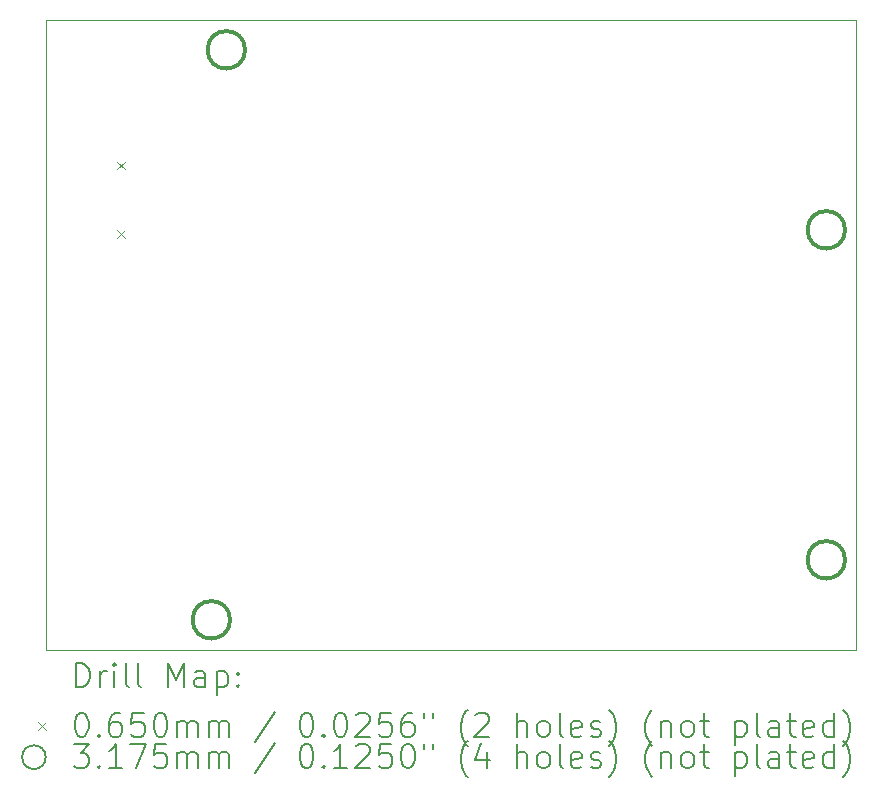
<source format=gbr>
%TF.GenerationSoftware,KiCad,Pcbnew,(6.0.7-1)-1*%
%TF.CreationDate,2023-03-19T13:44:50-04:00*%
%TF.ProjectId,smu_base,736d755f-6261-4736-952e-6b696361645f,rev?*%
%TF.SameCoordinates,Original*%
%TF.FileFunction,Drillmap*%
%TF.FilePolarity,Positive*%
%FSLAX45Y45*%
G04 Gerber Fmt 4.5, Leading zero omitted, Abs format (unit mm)*
G04 Created by KiCad (PCBNEW (6.0.7-1)-1) date 2023-03-19 13:44:50*
%MOMM*%
%LPD*%
G01*
G04 APERTURE LIST*
%ADD10C,0.100000*%
%ADD11C,0.200000*%
%ADD12C,0.065000*%
%ADD13C,0.317500*%
G04 APERTURE END LIST*
D10*
X17272000Y-13462000D02*
X10414000Y-13462000D01*
X10414000Y-13462000D02*
X10414000Y-8128000D01*
X10414000Y-8128000D02*
X17272000Y-8128000D01*
X17272000Y-8128000D02*
X17272000Y-13462000D01*
D11*
D12*
X11016200Y-9330500D02*
X11081200Y-9395500D01*
X11081200Y-9330500D02*
X11016200Y-9395500D01*
X11016200Y-9908500D02*
X11081200Y-9973500D01*
X11081200Y-9908500D02*
X11016200Y-9973500D01*
D13*
X11969750Y-13208000D02*
G75*
G03*
X11969750Y-13208000I-158750J0D01*
G01*
X12096750Y-8382000D02*
G75*
G03*
X12096750Y-8382000I-158750J0D01*
G01*
X17176750Y-9906000D02*
G75*
G03*
X17176750Y-9906000I-158750J0D01*
G01*
X17176750Y-12700000D02*
G75*
G03*
X17176750Y-12700000I-158750J0D01*
G01*
D11*
X10666619Y-13777476D02*
X10666619Y-13577476D01*
X10714238Y-13577476D01*
X10742810Y-13587000D01*
X10761857Y-13606048D01*
X10771381Y-13625095D01*
X10780905Y-13663190D01*
X10780905Y-13691762D01*
X10771381Y-13729857D01*
X10761857Y-13748905D01*
X10742810Y-13767952D01*
X10714238Y-13777476D01*
X10666619Y-13777476D01*
X10866619Y-13777476D02*
X10866619Y-13644143D01*
X10866619Y-13682238D02*
X10876143Y-13663190D01*
X10885667Y-13653667D01*
X10904714Y-13644143D01*
X10923762Y-13644143D01*
X10990429Y-13777476D02*
X10990429Y-13644143D01*
X10990429Y-13577476D02*
X10980905Y-13587000D01*
X10990429Y-13596524D01*
X10999952Y-13587000D01*
X10990429Y-13577476D01*
X10990429Y-13596524D01*
X11114238Y-13777476D02*
X11095190Y-13767952D01*
X11085667Y-13748905D01*
X11085667Y-13577476D01*
X11219000Y-13777476D02*
X11199952Y-13767952D01*
X11190428Y-13748905D01*
X11190428Y-13577476D01*
X11447571Y-13777476D02*
X11447571Y-13577476D01*
X11514238Y-13720333D01*
X11580905Y-13577476D01*
X11580905Y-13777476D01*
X11761857Y-13777476D02*
X11761857Y-13672714D01*
X11752333Y-13653667D01*
X11733286Y-13644143D01*
X11695190Y-13644143D01*
X11676143Y-13653667D01*
X11761857Y-13767952D02*
X11742809Y-13777476D01*
X11695190Y-13777476D01*
X11676143Y-13767952D01*
X11666619Y-13748905D01*
X11666619Y-13729857D01*
X11676143Y-13710809D01*
X11695190Y-13701286D01*
X11742809Y-13701286D01*
X11761857Y-13691762D01*
X11857095Y-13644143D02*
X11857095Y-13844143D01*
X11857095Y-13653667D02*
X11876143Y-13644143D01*
X11914238Y-13644143D01*
X11933286Y-13653667D01*
X11942809Y-13663190D01*
X11952333Y-13682238D01*
X11952333Y-13739381D01*
X11942809Y-13758428D01*
X11933286Y-13767952D01*
X11914238Y-13777476D01*
X11876143Y-13777476D01*
X11857095Y-13767952D01*
X12038048Y-13758428D02*
X12047571Y-13767952D01*
X12038048Y-13777476D01*
X12028524Y-13767952D01*
X12038048Y-13758428D01*
X12038048Y-13777476D01*
X12038048Y-13653667D02*
X12047571Y-13663190D01*
X12038048Y-13672714D01*
X12028524Y-13663190D01*
X12038048Y-13653667D01*
X12038048Y-13672714D01*
D12*
X10344000Y-14074500D02*
X10409000Y-14139500D01*
X10409000Y-14074500D02*
X10344000Y-14139500D01*
D11*
X10704714Y-13997476D02*
X10723762Y-13997476D01*
X10742810Y-14007000D01*
X10752333Y-14016524D01*
X10761857Y-14035571D01*
X10771381Y-14073667D01*
X10771381Y-14121286D01*
X10761857Y-14159381D01*
X10752333Y-14178428D01*
X10742810Y-14187952D01*
X10723762Y-14197476D01*
X10704714Y-14197476D01*
X10685667Y-14187952D01*
X10676143Y-14178428D01*
X10666619Y-14159381D01*
X10657095Y-14121286D01*
X10657095Y-14073667D01*
X10666619Y-14035571D01*
X10676143Y-14016524D01*
X10685667Y-14007000D01*
X10704714Y-13997476D01*
X10857095Y-14178428D02*
X10866619Y-14187952D01*
X10857095Y-14197476D01*
X10847571Y-14187952D01*
X10857095Y-14178428D01*
X10857095Y-14197476D01*
X11038048Y-13997476D02*
X10999952Y-13997476D01*
X10980905Y-14007000D01*
X10971381Y-14016524D01*
X10952333Y-14045095D01*
X10942810Y-14083190D01*
X10942810Y-14159381D01*
X10952333Y-14178428D01*
X10961857Y-14187952D01*
X10980905Y-14197476D01*
X11019000Y-14197476D01*
X11038048Y-14187952D01*
X11047571Y-14178428D01*
X11057095Y-14159381D01*
X11057095Y-14111762D01*
X11047571Y-14092714D01*
X11038048Y-14083190D01*
X11019000Y-14073667D01*
X10980905Y-14073667D01*
X10961857Y-14083190D01*
X10952333Y-14092714D01*
X10942810Y-14111762D01*
X11238048Y-13997476D02*
X11142810Y-13997476D01*
X11133286Y-14092714D01*
X11142810Y-14083190D01*
X11161857Y-14073667D01*
X11209476Y-14073667D01*
X11228524Y-14083190D01*
X11238048Y-14092714D01*
X11247571Y-14111762D01*
X11247571Y-14159381D01*
X11238048Y-14178428D01*
X11228524Y-14187952D01*
X11209476Y-14197476D01*
X11161857Y-14197476D01*
X11142810Y-14187952D01*
X11133286Y-14178428D01*
X11371381Y-13997476D02*
X11390428Y-13997476D01*
X11409476Y-14007000D01*
X11419000Y-14016524D01*
X11428524Y-14035571D01*
X11438048Y-14073667D01*
X11438048Y-14121286D01*
X11428524Y-14159381D01*
X11419000Y-14178428D01*
X11409476Y-14187952D01*
X11390428Y-14197476D01*
X11371381Y-14197476D01*
X11352333Y-14187952D01*
X11342809Y-14178428D01*
X11333286Y-14159381D01*
X11323762Y-14121286D01*
X11323762Y-14073667D01*
X11333286Y-14035571D01*
X11342809Y-14016524D01*
X11352333Y-14007000D01*
X11371381Y-13997476D01*
X11523762Y-14197476D02*
X11523762Y-14064143D01*
X11523762Y-14083190D02*
X11533286Y-14073667D01*
X11552333Y-14064143D01*
X11580905Y-14064143D01*
X11599952Y-14073667D01*
X11609476Y-14092714D01*
X11609476Y-14197476D01*
X11609476Y-14092714D02*
X11619000Y-14073667D01*
X11638048Y-14064143D01*
X11666619Y-14064143D01*
X11685667Y-14073667D01*
X11695190Y-14092714D01*
X11695190Y-14197476D01*
X11790428Y-14197476D02*
X11790428Y-14064143D01*
X11790428Y-14083190D02*
X11799952Y-14073667D01*
X11819000Y-14064143D01*
X11847571Y-14064143D01*
X11866619Y-14073667D01*
X11876143Y-14092714D01*
X11876143Y-14197476D01*
X11876143Y-14092714D02*
X11885667Y-14073667D01*
X11904714Y-14064143D01*
X11933286Y-14064143D01*
X11952333Y-14073667D01*
X11961857Y-14092714D01*
X11961857Y-14197476D01*
X12352333Y-13987952D02*
X12180905Y-14245095D01*
X12609476Y-13997476D02*
X12628524Y-13997476D01*
X12647571Y-14007000D01*
X12657095Y-14016524D01*
X12666619Y-14035571D01*
X12676143Y-14073667D01*
X12676143Y-14121286D01*
X12666619Y-14159381D01*
X12657095Y-14178428D01*
X12647571Y-14187952D01*
X12628524Y-14197476D01*
X12609476Y-14197476D01*
X12590428Y-14187952D01*
X12580905Y-14178428D01*
X12571381Y-14159381D01*
X12561857Y-14121286D01*
X12561857Y-14073667D01*
X12571381Y-14035571D01*
X12580905Y-14016524D01*
X12590428Y-14007000D01*
X12609476Y-13997476D01*
X12761857Y-14178428D02*
X12771381Y-14187952D01*
X12761857Y-14197476D01*
X12752333Y-14187952D01*
X12761857Y-14178428D01*
X12761857Y-14197476D01*
X12895190Y-13997476D02*
X12914238Y-13997476D01*
X12933286Y-14007000D01*
X12942809Y-14016524D01*
X12952333Y-14035571D01*
X12961857Y-14073667D01*
X12961857Y-14121286D01*
X12952333Y-14159381D01*
X12942809Y-14178428D01*
X12933286Y-14187952D01*
X12914238Y-14197476D01*
X12895190Y-14197476D01*
X12876143Y-14187952D01*
X12866619Y-14178428D01*
X12857095Y-14159381D01*
X12847571Y-14121286D01*
X12847571Y-14073667D01*
X12857095Y-14035571D01*
X12866619Y-14016524D01*
X12876143Y-14007000D01*
X12895190Y-13997476D01*
X13038048Y-14016524D02*
X13047571Y-14007000D01*
X13066619Y-13997476D01*
X13114238Y-13997476D01*
X13133286Y-14007000D01*
X13142809Y-14016524D01*
X13152333Y-14035571D01*
X13152333Y-14054619D01*
X13142809Y-14083190D01*
X13028524Y-14197476D01*
X13152333Y-14197476D01*
X13333286Y-13997476D02*
X13238048Y-13997476D01*
X13228524Y-14092714D01*
X13238048Y-14083190D01*
X13257095Y-14073667D01*
X13304714Y-14073667D01*
X13323762Y-14083190D01*
X13333286Y-14092714D01*
X13342809Y-14111762D01*
X13342809Y-14159381D01*
X13333286Y-14178428D01*
X13323762Y-14187952D01*
X13304714Y-14197476D01*
X13257095Y-14197476D01*
X13238048Y-14187952D01*
X13228524Y-14178428D01*
X13514238Y-13997476D02*
X13476143Y-13997476D01*
X13457095Y-14007000D01*
X13447571Y-14016524D01*
X13428524Y-14045095D01*
X13419000Y-14083190D01*
X13419000Y-14159381D01*
X13428524Y-14178428D01*
X13438048Y-14187952D01*
X13457095Y-14197476D01*
X13495190Y-14197476D01*
X13514238Y-14187952D01*
X13523762Y-14178428D01*
X13533286Y-14159381D01*
X13533286Y-14111762D01*
X13523762Y-14092714D01*
X13514238Y-14083190D01*
X13495190Y-14073667D01*
X13457095Y-14073667D01*
X13438048Y-14083190D01*
X13428524Y-14092714D01*
X13419000Y-14111762D01*
X13609476Y-13997476D02*
X13609476Y-14035571D01*
X13685667Y-13997476D02*
X13685667Y-14035571D01*
X13980905Y-14273667D02*
X13971381Y-14264143D01*
X13952333Y-14235571D01*
X13942809Y-14216524D01*
X13933286Y-14187952D01*
X13923762Y-14140333D01*
X13923762Y-14102238D01*
X13933286Y-14054619D01*
X13942809Y-14026048D01*
X13952333Y-14007000D01*
X13971381Y-13978428D01*
X13980905Y-13968905D01*
X14047571Y-14016524D02*
X14057095Y-14007000D01*
X14076143Y-13997476D01*
X14123762Y-13997476D01*
X14142809Y-14007000D01*
X14152333Y-14016524D01*
X14161857Y-14035571D01*
X14161857Y-14054619D01*
X14152333Y-14083190D01*
X14038048Y-14197476D01*
X14161857Y-14197476D01*
X14399952Y-14197476D02*
X14399952Y-13997476D01*
X14485667Y-14197476D02*
X14485667Y-14092714D01*
X14476143Y-14073667D01*
X14457095Y-14064143D01*
X14428524Y-14064143D01*
X14409476Y-14073667D01*
X14399952Y-14083190D01*
X14609476Y-14197476D02*
X14590428Y-14187952D01*
X14580905Y-14178428D01*
X14571381Y-14159381D01*
X14571381Y-14102238D01*
X14580905Y-14083190D01*
X14590428Y-14073667D01*
X14609476Y-14064143D01*
X14638048Y-14064143D01*
X14657095Y-14073667D01*
X14666619Y-14083190D01*
X14676143Y-14102238D01*
X14676143Y-14159381D01*
X14666619Y-14178428D01*
X14657095Y-14187952D01*
X14638048Y-14197476D01*
X14609476Y-14197476D01*
X14790428Y-14197476D02*
X14771381Y-14187952D01*
X14761857Y-14168905D01*
X14761857Y-13997476D01*
X14942809Y-14187952D02*
X14923762Y-14197476D01*
X14885667Y-14197476D01*
X14866619Y-14187952D01*
X14857095Y-14168905D01*
X14857095Y-14092714D01*
X14866619Y-14073667D01*
X14885667Y-14064143D01*
X14923762Y-14064143D01*
X14942809Y-14073667D01*
X14952333Y-14092714D01*
X14952333Y-14111762D01*
X14857095Y-14130809D01*
X15028524Y-14187952D02*
X15047571Y-14197476D01*
X15085667Y-14197476D01*
X15104714Y-14187952D01*
X15114238Y-14168905D01*
X15114238Y-14159381D01*
X15104714Y-14140333D01*
X15085667Y-14130809D01*
X15057095Y-14130809D01*
X15038048Y-14121286D01*
X15028524Y-14102238D01*
X15028524Y-14092714D01*
X15038048Y-14073667D01*
X15057095Y-14064143D01*
X15085667Y-14064143D01*
X15104714Y-14073667D01*
X15180905Y-14273667D02*
X15190428Y-14264143D01*
X15209476Y-14235571D01*
X15219000Y-14216524D01*
X15228524Y-14187952D01*
X15238048Y-14140333D01*
X15238048Y-14102238D01*
X15228524Y-14054619D01*
X15219000Y-14026048D01*
X15209476Y-14007000D01*
X15190428Y-13978428D01*
X15180905Y-13968905D01*
X15542809Y-14273667D02*
X15533286Y-14264143D01*
X15514238Y-14235571D01*
X15504714Y-14216524D01*
X15495190Y-14187952D01*
X15485667Y-14140333D01*
X15485667Y-14102238D01*
X15495190Y-14054619D01*
X15504714Y-14026048D01*
X15514238Y-14007000D01*
X15533286Y-13978428D01*
X15542809Y-13968905D01*
X15619000Y-14064143D02*
X15619000Y-14197476D01*
X15619000Y-14083190D02*
X15628524Y-14073667D01*
X15647571Y-14064143D01*
X15676143Y-14064143D01*
X15695190Y-14073667D01*
X15704714Y-14092714D01*
X15704714Y-14197476D01*
X15828524Y-14197476D02*
X15809476Y-14187952D01*
X15799952Y-14178428D01*
X15790428Y-14159381D01*
X15790428Y-14102238D01*
X15799952Y-14083190D01*
X15809476Y-14073667D01*
X15828524Y-14064143D01*
X15857095Y-14064143D01*
X15876143Y-14073667D01*
X15885667Y-14083190D01*
X15895190Y-14102238D01*
X15895190Y-14159381D01*
X15885667Y-14178428D01*
X15876143Y-14187952D01*
X15857095Y-14197476D01*
X15828524Y-14197476D01*
X15952333Y-14064143D02*
X16028524Y-14064143D01*
X15980905Y-13997476D02*
X15980905Y-14168905D01*
X15990428Y-14187952D01*
X16009476Y-14197476D01*
X16028524Y-14197476D01*
X16247571Y-14064143D02*
X16247571Y-14264143D01*
X16247571Y-14073667D02*
X16266619Y-14064143D01*
X16304714Y-14064143D01*
X16323762Y-14073667D01*
X16333286Y-14083190D01*
X16342809Y-14102238D01*
X16342809Y-14159381D01*
X16333286Y-14178428D01*
X16323762Y-14187952D01*
X16304714Y-14197476D01*
X16266619Y-14197476D01*
X16247571Y-14187952D01*
X16457095Y-14197476D02*
X16438048Y-14187952D01*
X16428524Y-14168905D01*
X16428524Y-13997476D01*
X16619000Y-14197476D02*
X16619000Y-14092714D01*
X16609476Y-14073667D01*
X16590428Y-14064143D01*
X16552333Y-14064143D01*
X16533286Y-14073667D01*
X16619000Y-14187952D02*
X16599952Y-14197476D01*
X16552333Y-14197476D01*
X16533286Y-14187952D01*
X16523762Y-14168905D01*
X16523762Y-14149857D01*
X16533286Y-14130809D01*
X16552333Y-14121286D01*
X16599952Y-14121286D01*
X16619000Y-14111762D01*
X16685667Y-14064143D02*
X16761857Y-14064143D01*
X16714238Y-13997476D02*
X16714238Y-14168905D01*
X16723762Y-14187952D01*
X16742809Y-14197476D01*
X16761857Y-14197476D01*
X16904714Y-14187952D02*
X16885667Y-14197476D01*
X16847571Y-14197476D01*
X16828524Y-14187952D01*
X16819000Y-14168905D01*
X16819000Y-14092714D01*
X16828524Y-14073667D01*
X16847571Y-14064143D01*
X16885667Y-14064143D01*
X16904714Y-14073667D01*
X16914238Y-14092714D01*
X16914238Y-14111762D01*
X16819000Y-14130809D01*
X17085667Y-14197476D02*
X17085667Y-13997476D01*
X17085667Y-14187952D02*
X17066619Y-14197476D01*
X17028524Y-14197476D01*
X17009476Y-14187952D01*
X16999952Y-14178428D01*
X16990429Y-14159381D01*
X16990429Y-14102238D01*
X16999952Y-14083190D01*
X17009476Y-14073667D01*
X17028524Y-14064143D01*
X17066619Y-14064143D01*
X17085667Y-14073667D01*
X17161857Y-14273667D02*
X17171381Y-14264143D01*
X17190429Y-14235571D01*
X17199952Y-14216524D01*
X17209476Y-14187952D01*
X17219000Y-14140333D01*
X17219000Y-14102238D01*
X17209476Y-14054619D01*
X17199952Y-14026048D01*
X17190429Y-14007000D01*
X17171381Y-13978428D01*
X17161857Y-13968905D01*
X10409000Y-14371000D02*
G75*
G03*
X10409000Y-14371000I-100000J0D01*
G01*
X10647571Y-14261476D02*
X10771381Y-14261476D01*
X10704714Y-14337667D01*
X10733286Y-14337667D01*
X10752333Y-14347190D01*
X10761857Y-14356714D01*
X10771381Y-14375762D01*
X10771381Y-14423381D01*
X10761857Y-14442428D01*
X10752333Y-14451952D01*
X10733286Y-14461476D01*
X10676143Y-14461476D01*
X10657095Y-14451952D01*
X10647571Y-14442428D01*
X10857095Y-14442428D02*
X10866619Y-14451952D01*
X10857095Y-14461476D01*
X10847571Y-14451952D01*
X10857095Y-14442428D01*
X10857095Y-14461476D01*
X11057095Y-14461476D02*
X10942810Y-14461476D01*
X10999952Y-14461476D02*
X10999952Y-14261476D01*
X10980905Y-14290048D01*
X10961857Y-14309095D01*
X10942810Y-14318619D01*
X11123762Y-14261476D02*
X11257095Y-14261476D01*
X11171381Y-14461476D01*
X11428524Y-14261476D02*
X11333286Y-14261476D01*
X11323762Y-14356714D01*
X11333286Y-14347190D01*
X11352333Y-14337667D01*
X11399952Y-14337667D01*
X11419000Y-14347190D01*
X11428524Y-14356714D01*
X11438048Y-14375762D01*
X11438048Y-14423381D01*
X11428524Y-14442428D01*
X11419000Y-14451952D01*
X11399952Y-14461476D01*
X11352333Y-14461476D01*
X11333286Y-14451952D01*
X11323762Y-14442428D01*
X11523762Y-14461476D02*
X11523762Y-14328143D01*
X11523762Y-14347190D02*
X11533286Y-14337667D01*
X11552333Y-14328143D01*
X11580905Y-14328143D01*
X11599952Y-14337667D01*
X11609476Y-14356714D01*
X11609476Y-14461476D01*
X11609476Y-14356714D02*
X11619000Y-14337667D01*
X11638048Y-14328143D01*
X11666619Y-14328143D01*
X11685667Y-14337667D01*
X11695190Y-14356714D01*
X11695190Y-14461476D01*
X11790428Y-14461476D02*
X11790428Y-14328143D01*
X11790428Y-14347190D02*
X11799952Y-14337667D01*
X11819000Y-14328143D01*
X11847571Y-14328143D01*
X11866619Y-14337667D01*
X11876143Y-14356714D01*
X11876143Y-14461476D01*
X11876143Y-14356714D02*
X11885667Y-14337667D01*
X11904714Y-14328143D01*
X11933286Y-14328143D01*
X11952333Y-14337667D01*
X11961857Y-14356714D01*
X11961857Y-14461476D01*
X12352333Y-14251952D02*
X12180905Y-14509095D01*
X12609476Y-14261476D02*
X12628524Y-14261476D01*
X12647571Y-14271000D01*
X12657095Y-14280524D01*
X12666619Y-14299571D01*
X12676143Y-14337667D01*
X12676143Y-14385286D01*
X12666619Y-14423381D01*
X12657095Y-14442428D01*
X12647571Y-14451952D01*
X12628524Y-14461476D01*
X12609476Y-14461476D01*
X12590428Y-14451952D01*
X12580905Y-14442428D01*
X12571381Y-14423381D01*
X12561857Y-14385286D01*
X12561857Y-14337667D01*
X12571381Y-14299571D01*
X12580905Y-14280524D01*
X12590428Y-14271000D01*
X12609476Y-14261476D01*
X12761857Y-14442428D02*
X12771381Y-14451952D01*
X12761857Y-14461476D01*
X12752333Y-14451952D01*
X12761857Y-14442428D01*
X12761857Y-14461476D01*
X12961857Y-14461476D02*
X12847571Y-14461476D01*
X12904714Y-14461476D02*
X12904714Y-14261476D01*
X12885667Y-14290048D01*
X12866619Y-14309095D01*
X12847571Y-14318619D01*
X13038048Y-14280524D02*
X13047571Y-14271000D01*
X13066619Y-14261476D01*
X13114238Y-14261476D01*
X13133286Y-14271000D01*
X13142809Y-14280524D01*
X13152333Y-14299571D01*
X13152333Y-14318619D01*
X13142809Y-14347190D01*
X13028524Y-14461476D01*
X13152333Y-14461476D01*
X13333286Y-14261476D02*
X13238048Y-14261476D01*
X13228524Y-14356714D01*
X13238048Y-14347190D01*
X13257095Y-14337667D01*
X13304714Y-14337667D01*
X13323762Y-14347190D01*
X13333286Y-14356714D01*
X13342809Y-14375762D01*
X13342809Y-14423381D01*
X13333286Y-14442428D01*
X13323762Y-14451952D01*
X13304714Y-14461476D01*
X13257095Y-14461476D01*
X13238048Y-14451952D01*
X13228524Y-14442428D01*
X13466619Y-14261476D02*
X13485667Y-14261476D01*
X13504714Y-14271000D01*
X13514238Y-14280524D01*
X13523762Y-14299571D01*
X13533286Y-14337667D01*
X13533286Y-14385286D01*
X13523762Y-14423381D01*
X13514238Y-14442428D01*
X13504714Y-14451952D01*
X13485667Y-14461476D01*
X13466619Y-14461476D01*
X13447571Y-14451952D01*
X13438048Y-14442428D01*
X13428524Y-14423381D01*
X13419000Y-14385286D01*
X13419000Y-14337667D01*
X13428524Y-14299571D01*
X13438048Y-14280524D01*
X13447571Y-14271000D01*
X13466619Y-14261476D01*
X13609476Y-14261476D02*
X13609476Y-14299571D01*
X13685667Y-14261476D02*
X13685667Y-14299571D01*
X13980905Y-14537667D02*
X13971381Y-14528143D01*
X13952333Y-14499571D01*
X13942809Y-14480524D01*
X13933286Y-14451952D01*
X13923762Y-14404333D01*
X13923762Y-14366238D01*
X13933286Y-14318619D01*
X13942809Y-14290048D01*
X13952333Y-14271000D01*
X13971381Y-14242428D01*
X13980905Y-14232905D01*
X14142809Y-14328143D02*
X14142809Y-14461476D01*
X14095190Y-14251952D02*
X14047571Y-14394809D01*
X14171381Y-14394809D01*
X14399952Y-14461476D02*
X14399952Y-14261476D01*
X14485667Y-14461476D02*
X14485667Y-14356714D01*
X14476143Y-14337667D01*
X14457095Y-14328143D01*
X14428524Y-14328143D01*
X14409476Y-14337667D01*
X14399952Y-14347190D01*
X14609476Y-14461476D02*
X14590428Y-14451952D01*
X14580905Y-14442428D01*
X14571381Y-14423381D01*
X14571381Y-14366238D01*
X14580905Y-14347190D01*
X14590428Y-14337667D01*
X14609476Y-14328143D01*
X14638048Y-14328143D01*
X14657095Y-14337667D01*
X14666619Y-14347190D01*
X14676143Y-14366238D01*
X14676143Y-14423381D01*
X14666619Y-14442428D01*
X14657095Y-14451952D01*
X14638048Y-14461476D01*
X14609476Y-14461476D01*
X14790428Y-14461476D02*
X14771381Y-14451952D01*
X14761857Y-14432905D01*
X14761857Y-14261476D01*
X14942809Y-14451952D02*
X14923762Y-14461476D01*
X14885667Y-14461476D01*
X14866619Y-14451952D01*
X14857095Y-14432905D01*
X14857095Y-14356714D01*
X14866619Y-14337667D01*
X14885667Y-14328143D01*
X14923762Y-14328143D01*
X14942809Y-14337667D01*
X14952333Y-14356714D01*
X14952333Y-14375762D01*
X14857095Y-14394809D01*
X15028524Y-14451952D02*
X15047571Y-14461476D01*
X15085667Y-14461476D01*
X15104714Y-14451952D01*
X15114238Y-14432905D01*
X15114238Y-14423381D01*
X15104714Y-14404333D01*
X15085667Y-14394809D01*
X15057095Y-14394809D01*
X15038048Y-14385286D01*
X15028524Y-14366238D01*
X15028524Y-14356714D01*
X15038048Y-14337667D01*
X15057095Y-14328143D01*
X15085667Y-14328143D01*
X15104714Y-14337667D01*
X15180905Y-14537667D02*
X15190428Y-14528143D01*
X15209476Y-14499571D01*
X15219000Y-14480524D01*
X15228524Y-14451952D01*
X15238048Y-14404333D01*
X15238048Y-14366238D01*
X15228524Y-14318619D01*
X15219000Y-14290048D01*
X15209476Y-14271000D01*
X15190428Y-14242428D01*
X15180905Y-14232905D01*
X15542809Y-14537667D02*
X15533286Y-14528143D01*
X15514238Y-14499571D01*
X15504714Y-14480524D01*
X15495190Y-14451952D01*
X15485667Y-14404333D01*
X15485667Y-14366238D01*
X15495190Y-14318619D01*
X15504714Y-14290048D01*
X15514238Y-14271000D01*
X15533286Y-14242428D01*
X15542809Y-14232905D01*
X15619000Y-14328143D02*
X15619000Y-14461476D01*
X15619000Y-14347190D02*
X15628524Y-14337667D01*
X15647571Y-14328143D01*
X15676143Y-14328143D01*
X15695190Y-14337667D01*
X15704714Y-14356714D01*
X15704714Y-14461476D01*
X15828524Y-14461476D02*
X15809476Y-14451952D01*
X15799952Y-14442428D01*
X15790428Y-14423381D01*
X15790428Y-14366238D01*
X15799952Y-14347190D01*
X15809476Y-14337667D01*
X15828524Y-14328143D01*
X15857095Y-14328143D01*
X15876143Y-14337667D01*
X15885667Y-14347190D01*
X15895190Y-14366238D01*
X15895190Y-14423381D01*
X15885667Y-14442428D01*
X15876143Y-14451952D01*
X15857095Y-14461476D01*
X15828524Y-14461476D01*
X15952333Y-14328143D02*
X16028524Y-14328143D01*
X15980905Y-14261476D02*
X15980905Y-14432905D01*
X15990428Y-14451952D01*
X16009476Y-14461476D01*
X16028524Y-14461476D01*
X16247571Y-14328143D02*
X16247571Y-14528143D01*
X16247571Y-14337667D02*
X16266619Y-14328143D01*
X16304714Y-14328143D01*
X16323762Y-14337667D01*
X16333286Y-14347190D01*
X16342809Y-14366238D01*
X16342809Y-14423381D01*
X16333286Y-14442428D01*
X16323762Y-14451952D01*
X16304714Y-14461476D01*
X16266619Y-14461476D01*
X16247571Y-14451952D01*
X16457095Y-14461476D02*
X16438048Y-14451952D01*
X16428524Y-14432905D01*
X16428524Y-14261476D01*
X16619000Y-14461476D02*
X16619000Y-14356714D01*
X16609476Y-14337667D01*
X16590428Y-14328143D01*
X16552333Y-14328143D01*
X16533286Y-14337667D01*
X16619000Y-14451952D02*
X16599952Y-14461476D01*
X16552333Y-14461476D01*
X16533286Y-14451952D01*
X16523762Y-14432905D01*
X16523762Y-14413857D01*
X16533286Y-14394809D01*
X16552333Y-14385286D01*
X16599952Y-14385286D01*
X16619000Y-14375762D01*
X16685667Y-14328143D02*
X16761857Y-14328143D01*
X16714238Y-14261476D02*
X16714238Y-14432905D01*
X16723762Y-14451952D01*
X16742809Y-14461476D01*
X16761857Y-14461476D01*
X16904714Y-14451952D02*
X16885667Y-14461476D01*
X16847571Y-14461476D01*
X16828524Y-14451952D01*
X16819000Y-14432905D01*
X16819000Y-14356714D01*
X16828524Y-14337667D01*
X16847571Y-14328143D01*
X16885667Y-14328143D01*
X16904714Y-14337667D01*
X16914238Y-14356714D01*
X16914238Y-14375762D01*
X16819000Y-14394809D01*
X17085667Y-14461476D02*
X17085667Y-14261476D01*
X17085667Y-14451952D02*
X17066619Y-14461476D01*
X17028524Y-14461476D01*
X17009476Y-14451952D01*
X16999952Y-14442428D01*
X16990429Y-14423381D01*
X16990429Y-14366238D01*
X16999952Y-14347190D01*
X17009476Y-14337667D01*
X17028524Y-14328143D01*
X17066619Y-14328143D01*
X17085667Y-14337667D01*
X17161857Y-14537667D02*
X17171381Y-14528143D01*
X17190429Y-14499571D01*
X17199952Y-14480524D01*
X17209476Y-14451952D01*
X17219000Y-14404333D01*
X17219000Y-14366238D01*
X17209476Y-14318619D01*
X17199952Y-14290048D01*
X17190429Y-14271000D01*
X17171381Y-14242428D01*
X17161857Y-14232905D01*
M02*

</source>
